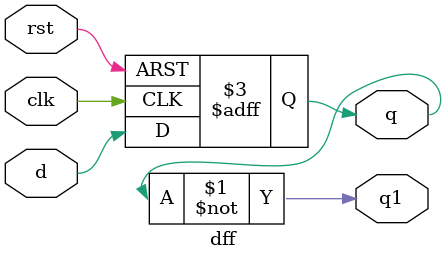
<source format=v>
`timescale 1ns / 1ps
module dff (
    input wire d, clk, rst,
    output reg q,
    output q1
);
assign q1 = ~q;
    always @(posedge clk or posedge rst) begin
        if (rst) begin
            q <= 1'b0; 
            end
        else
        begin
            q <= d;
        end
   end
endmodule

</source>
